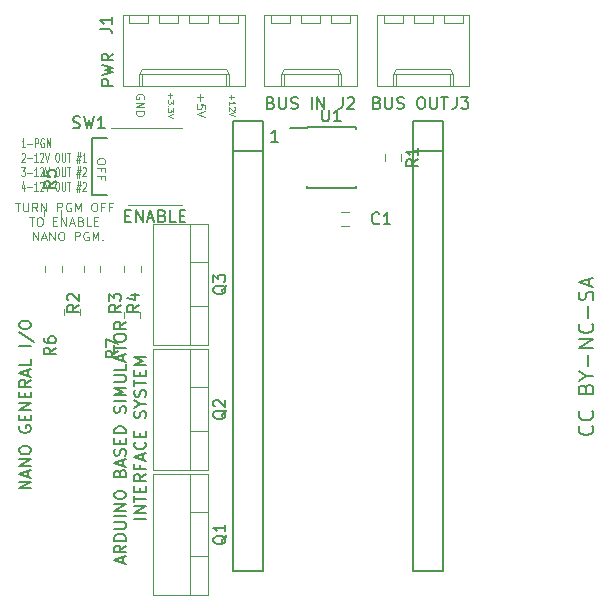
<source format=gto>
G04 #@! TF.GenerationSoftware,KiCad,Pcbnew,(5.0.0)*
G04 #@! TF.CreationDate,2018-10-06T14:04:22-07:00*
G04 #@! TF.ProjectId,NANO IO,4E414E4F20494F2E6B696361645F7063,-*
G04 #@! TF.SameCoordinates,Original*
G04 #@! TF.FileFunction,Legend,Top*
G04 #@! TF.FilePolarity,Positive*
%FSLAX46Y46*%
G04 Gerber Fmt 4.6, Leading zero omitted, Abs format (unit mm)*
G04 Created by KiCad (PCBNEW (5.0.0)) date 10/06/18 14:04:22*
%MOMM*%
%LPD*%
G01*
G04 APERTURE LIST*
%ADD10C,0.150000*%
%ADD11C,0.100000*%
%ADD12C,0.200000*%
%ADD13C,0.120000*%
G04 APERTURE END LIST*
D10*
X133858000Y-77470000D02*
X135128000Y-77470000D01*
X133858000Y-72644000D02*
X133858000Y-77470000D01*
X135128000Y-72644000D02*
X133858000Y-72644000D01*
D11*
X135030714Y-74554428D02*
X135030714Y-74697285D01*
X134995000Y-74768714D01*
X134923571Y-74840142D01*
X134780714Y-74875857D01*
X134530714Y-74875857D01*
X134387857Y-74840142D01*
X134316428Y-74768714D01*
X134280714Y-74697285D01*
X134280714Y-74554428D01*
X134316428Y-74483000D01*
X134387857Y-74411571D01*
X134530714Y-74375857D01*
X134780714Y-74375857D01*
X134923571Y-74411571D01*
X134995000Y-74483000D01*
X135030714Y-74554428D01*
X134673571Y-75447285D02*
X134673571Y-75197285D01*
X134280714Y-75197285D02*
X135030714Y-75197285D01*
X135030714Y-75554428D01*
X134673571Y-76090142D02*
X134673571Y-75840142D01*
X134280714Y-75840142D02*
X135030714Y-75840142D01*
X135030714Y-76197285D01*
X128207952Y-73431785D02*
X127922238Y-73431785D01*
X128065095Y-73431785D02*
X128065095Y-72681785D01*
X128017476Y-72788928D01*
X127969857Y-72860357D01*
X127922238Y-72896071D01*
X128422238Y-73146071D02*
X128803190Y-73146071D01*
X129041285Y-73431785D02*
X129041285Y-72681785D01*
X129231761Y-72681785D01*
X129279380Y-72717500D01*
X129303190Y-72753214D01*
X129327000Y-72824642D01*
X129327000Y-72931785D01*
X129303190Y-73003214D01*
X129279380Y-73038928D01*
X129231761Y-73074642D01*
X129041285Y-73074642D01*
X129803190Y-72717500D02*
X129755571Y-72681785D01*
X129684142Y-72681785D01*
X129612714Y-72717500D01*
X129565095Y-72788928D01*
X129541285Y-72860357D01*
X129517476Y-73003214D01*
X129517476Y-73110357D01*
X129541285Y-73253214D01*
X129565095Y-73324642D01*
X129612714Y-73396071D01*
X129684142Y-73431785D01*
X129731761Y-73431785D01*
X129803190Y-73396071D01*
X129827000Y-73360357D01*
X129827000Y-73110357D01*
X129731761Y-73110357D01*
X130041285Y-73431785D02*
X130041285Y-72681785D01*
X130207952Y-73217500D01*
X130374619Y-72681785D01*
X130374619Y-73431785D01*
X127922238Y-73978214D02*
X127946047Y-73942500D01*
X127993666Y-73906785D01*
X128112714Y-73906785D01*
X128160333Y-73942500D01*
X128184142Y-73978214D01*
X128207952Y-74049642D01*
X128207952Y-74121071D01*
X128184142Y-74228214D01*
X127898428Y-74656785D01*
X128207952Y-74656785D01*
X128422238Y-74371071D02*
X128803190Y-74371071D01*
X129303190Y-74656785D02*
X129017476Y-74656785D01*
X129160333Y-74656785D02*
X129160333Y-73906785D01*
X129112714Y-74013928D01*
X129065095Y-74085357D01*
X129017476Y-74121071D01*
X129493666Y-73978214D02*
X129517476Y-73942500D01*
X129565095Y-73906785D01*
X129684142Y-73906785D01*
X129731761Y-73942500D01*
X129755571Y-73978214D01*
X129779380Y-74049642D01*
X129779380Y-74121071D01*
X129755571Y-74228214D01*
X129469857Y-74656785D01*
X129779380Y-74656785D01*
X129922238Y-73906785D02*
X130088904Y-74656785D01*
X130255571Y-73906785D01*
X130898428Y-73906785D02*
X130993666Y-73906785D01*
X131041285Y-73942500D01*
X131088904Y-74013928D01*
X131112714Y-74156785D01*
X131112714Y-74406785D01*
X131088904Y-74549642D01*
X131041285Y-74621071D01*
X130993666Y-74656785D01*
X130898428Y-74656785D01*
X130850809Y-74621071D01*
X130803190Y-74549642D01*
X130779380Y-74406785D01*
X130779380Y-74156785D01*
X130803190Y-74013928D01*
X130850809Y-73942500D01*
X130898428Y-73906785D01*
X131327000Y-73906785D02*
X131327000Y-74513928D01*
X131350809Y-74585357D01*
X131374619Y-74621071D01*
X131422238Y-74656785D01*
X131517476Y-74656785D01*
X131565095Y-74621071D01*
X131588904Y-74585357D01*
X131612714Y-74513928D01*
X131612714Y-73906785D01*
X131779380Y-73906785D02*
X132065095Y-73906785D01*
X131922238Y-74656785D02*
X131922238Y-73906785D01*
X132588904Y-74156785D02*
X132946047Y-74156785D01*
X132731761Y-73835357D02*
X132588904Y-74799642D01*
X132898428Y-74478214D02*
X132541285Y-74478214D01*
X132755571Y-74799642D02*
X132898428Y-73835357D01*
X133374619Y-74656785D02*
X133088904Y-74656785D01*
X133231761Y-74656785D02*
X133231761Y-73906785D01*
X133184142Y-74013928D01*
X133136523Y-74085357D01*
X133088904Y-74121071D01*
X127898428Y-75131785D02*
X128207952Y-75131785D01*
X128041285Y-75417500D01*
X128112714Y-75417500D01*
X128160333Y-75453214D01*
X128184142Y-75488928D01*
X128207952Y-75560357D01*
X128207952Y-75738928D01*
X128184142Y-75810357D01*
X128160333Y-75846071D01*
X128112714Y-75881785D01*
X127969857Y-75881785D01*
X127922238Y-75846071D01*
X127898428Y-75810357D01*
X128422238Y-75596071D02*
X128803190Y-75596071D01*
X129303190Y-75881785D02*
X129017476Y-75881785D01*
X129160333Y-75881785D02*
X129160333Y-75131785D01*
X129112714Y-75238928D01*
X129065095Y-75310357D01*
X129017476Y-75346071D01*
X129493666Y-75203214D02*
X129517476Y-75167500D01*
X129565095Y-75131785D01*
X129684142Y-75131785D01*
X129731761Y-75167500D01*
X129755571Y-75203214D01*
X129779380Y-75274642D01*
X129779380Y-75346071D01*
X129755571Y-75453214D01*
X129469857Y-75881785D01*
X129779380Y-75881785D01*
X129922238Y-75131785D02*
X130088904Y-75881785D01*
X130255571Y-75131785D01*
X130898428Y-75131785D02*
X130993666Y-75131785D01*
X131041285Y-75167500D01*
X131088904Y-75238928D01*
X131112714Y-75381785D01*
X131112714Y-75631785D01*
X131088904Y-75774642D01*
X131041285Y-75846071D01*
X130993666Y-75881785D01*
X130898428Y-75881785D01*
X130850809Y-75846071D01*
X130803190Y-75774642D01*
X130779380Y-75631785D01*
X130779380Y-75381785D01*
X130803190Y-75238928D01*
X130850809Y-75167500D01*
X130898428Y-75131785D01*
X131327000Y-75131785D02*
X131327000Y-75738928D01*
X131350809Y-75810357D01*
X131374619Y-75846071D01*
X131422238Y-75881785D01*
X131517476Y-75881785D01*
X131565095Y-75846071D01*
X131588904Y-75810357D01*
X131612714Y-75738928D01*
X131612714Y-75131785D01*
X131779380Y-75131785D02*
X132065095Y-75131785D01*
X131922238Y-75881785D02*
X131922238Y-75131785D01*
X132588904Y-75381785D02*
X132946047Y-75381785D01*
X132731761Y-75060357D02*
X132588904Y-76024642D01*
X132898428Y-75703214D02*
X132541285Y-75703214D01*
X132755571Y-76024642D02*
X132898428Y-75060357D01*
X133088904Y-75203214D02*
X133112714Y-75167500D01*
X133160333Y-75131785D01*
X133279380Y-75131785D01*
X133327000Y-75167500D01*
X133350809Y-75203214D01*
X133374619Y-75274642D01*
X133374619Y-75346071D01*
X133350809Y-75453214D01*
X133065095Y-75881785D01*
X133374619Y-75881785D01*
X128160333Y-76606785D02*
X128160333Y-77106785D01*
X128041285Y-76321071D02*
X127922238Y-76856785D01*
X128231761Y-76856785D01*
X128422238Y-76821071D02*
X128803190Y-76821071D01*
X129303190Y-77106785D02*
X129017476Y-77106785D01*
X129160333Y-77106785D02*
X129160333Y-76356785D01*
X129112714Y-76463928D01*
X129065095Y-76535357D01*
X129017476Y-76571071D01*
X129493666Y-76428214D02*
X129517476Y-76392500D01*
X129565095Y-76356785D01*
X129684142Y-76356785D01*
X129731761Y-76392500D01*
X129755571Y-76428214D01*
X129779380Y-76499642D01*
X129779380Y-76571071D01*
X129755571Y-76678214D01*
X129469857Y-77106785D01*
X129779380Y-77106785D01*
X129922238Y-76356785D02*
X130088904Y-77106785D01*
X130255571Y-76356785D01*
X130898428Y-76356785D02*
X130993666Y-76356785D01*
X131041285Y-76392500D01*
X131088904Y-76463928D01*
X131112714Y-76606785D01*
X131112714Y-76856785D01*
X131088904Y-76999642D01*
X131041285Y-77071071D01*
X130993666Y-77106785D01*
X130898428Y-77106785D01*
X130850809Y-77071071D01*
X130803190Y-76999642D01*
X130779380Y-76856785D01*
X130779380Y-76606785D01*
X130803190Y-76463928D01*
X130850809Y-76392500D01*
X130898428Y-76356785D01*
X131327000Y-76356785D02*
X131327000Y-76963928D01*
X131350809Y-77035357D01*
X131374619Y-77071071D01*
X131422238Y-77106785D01*
X131517476Y-77106785D01*
X131565095Y-77071071D01*
X131588904Y-77035357D01*
X131612714Y-76963928D01*
X131612714Y-76356785D01*
X131779380Y-76356785D02*
X132065095Y-76356785D01*
X131922238Y-77106785D02*
X131922238Y-76356785D01*
X132588904Y-76606785D02*
X132946047Y-76606785D01*
X132731761Y-76285357D02*
X132588904Y-77249642D01*
X132898428Y-76928214D02*
X132541285Y-76928214D01*
X132755571Y-77249642D02*
X132898428Y-76285357D01*
X133088904Y-76428214D02*
X133112714Y-76392500D01*
X133160333Y-76356785D01*
X133279380Y-76356785D01*
X133327000Y-76392500D01*
X133350809Y-76428214D01*
X133374619Y-76499642D01*
X133374619Y-76571071D01*
X133350809Y-76678214D01*
X133065095Y-77106785D01*
X133374619Y-77106785D01*
X127379571Y-78120285D02*
X127808142Y-78120285D01*
X127593857Y-78870285D02*
X127593857Y-78120285D01*
X128058142Y-78120285D02*
X128058142Y-78727428D01*
X128093857Y-78798857D01*
X128129571Y-78834571D01*
X128201000Y-78870285D01*
X128343857Y-78870285D01*
X128415285Y-78834571D01*
X128451000Y-78798857D01*
X128486714Y-78727428D01*
X128486714Y-78120285D01*
X129272428Y-78870285D02*
X129022428Y-78513142D01*
X128843857Y-78870285D02*
X128843857Y-78120285D01*
X129129571Y-78120285D01*
X129201000Y-78156000D01*
X129236714Y-78191714D01*
X129272428Y-78263142D01*
X129272428Y-78370285D01*
X129236714Y-78441714D01*
X129201000Y-78477428D01*
X129129571Y-78513142D01*
X128843857Y-78513142D01*
X129593857Y-78870285D02*
X129593857Y-78120285D01*
X130022428Y-78870285D01*
X130022428Y-78120285D01*
X130951000Y-78870285D02*
X130951000Y-78120285D01*
X131236714Y-78120285D01*
X131308142Y-78156000D01*
X131343857Y-78191714D01*
X131379571Y-78263142D01*
X131379571Y-78370285D01*
X131343857Y-78441714D01*
X131308142Y-78477428D01*
X131236714Y-78513142D01*
X130951000Y-78513142D01*
X132093857Y-78156000D02*
X132022428Y-78120285D01*
X131915285Y-78120285D01*
X131808142Y-78156000D01*
X131736714Y-78227428D01*
X131701000Y-78298857D01*
X131665285Y-78441714D01*
X131665285Y-78548857D01*
X131701000Y-78691714D01*
X131736714Y-78763142D01*
X131808142Y-78834571D01*
X131915285Y-78870285D01*
X131986714Y-78870285D01*
X132093857Y-78834571D01*
X132129571Y-78798857D01*
X132129571Y-78548857D01*
X131986714Y-78548857D01*
X132451000Y-78870285D02*
X132451000Y-78120285D01*
X132701000Y-78656000D01*
X132951000Y-78120285D01*
X132951000Y-78870285D01*
X134022428Y-78120285D02*
X134165285Y-78120285D01*
X134236714Y-78156000D01*
X134308142Y-78227428D01*
X134343857Y-78370285D01*
X134343857Y-78620285D01*
X134308142Y-78763142D01*
X134236714Y-78834571D01*
X134165285Y-78870285D01*
X134022428Y-78870285D01*
X133951000Y-78834571D01*
X133879571Y-78763142D01*
X133843857Y-78620285D01*
X133843857Y-78370285D01*
X133879571Y-78227428D01*
X133951000Y-78156000D01*
X134022428Y-78120285D01*
X134915285Y-78477428D02*
X134665285Y-78477428D01*
X134665285Y-78870285D02*
X134665285Y-78120285D01*
X135022428Y-78120285D01*
X135558142Y-78477428D02*
X135308142Y-78477428D01*
X135308142Y-78870285D02*
X135308142Y-78120285D01*
X135665285Y-78120285D01*
X128576000Y-79345285D02*
X129004571Y-79345285D01*
X128790285Y-80095285D02*
X128790285Y-79345285D01*
X129397428Y-79345285D02*
X129540285Y-79345285D01*
X129611714Y-79381000D01*
X129683142Y-79452428D01*
X129718857Y-79595285D01*
X129718857Y-79845285D01*
X129683142Y-79988142D01*
X129611714Y-80059571D01*
X129540285Y-80095285D01*
X129397428Y-80095285D01*
X129326000Y-80059571D01*
X129254571Y-79988142D01*
X129218857Y-79845285D01*
X129218857Y-79595285D01*
X129254571Y-79452428D01*
X129326000Y-79381000D01*
X129397428Y-79345285D01*
X130611714Y-79702428D02*
X130861714Y-79702428D01*
X130968857Y-80095285D02*
X130611714Y-80095285D01*
X130611714Y-79345285D01*
X130968857Y-79345285D01*
X131290285Y-80095285D02*
X131290285Y-79345285D01*
X131718857Y-80095285D01*
X131718857Y-79345285D01*
X132040285Y-79881000D02*
X132397428Y-79881000D01*
X131968857Y-80095285D02*
X132218857Y-79345285D01*
X132468857Y-80095285D01*
X132968857Y-79702428D02*
X133076000Y-79738142D01*
X133111714Y-79773857D01*
X133147428Y-79845285D01*
X133147428Y-79952428D01*
X133111714Y-80023857D01*
X133076000Y-80059571D01*
X133004571Y-80095285D01*
X132718857Y-80095285D01*
X132718857Y-79345285D01*
X132968857Y-79345285D01*
X133040285Y-79381000D01*
X133076000Y-79416714D01*
X133111714Y-79488142D01*
X133111714Y-79559571D01*
X133076000Y-79631000D01*
X133040285Y-79666714D01*
X132968857Y-79702428D01*
X132718857Y-79702428D01*
X133826000Y-80095285D02*
X133468857Y-80095285D01*
X133468857Y-79345285D01*
X134076000Y-79702428D02*
X134326000Y-79702428D01*
X134433142Y-80095285D02*
X134076000Y-80095285D01*
X134076000Y-79345285D01*
X134433142Y-79345285D01*
X128861714Y-81320285D02*
X128861714Y-80570285D01*
X129290285Y-81320285D01*
X129290285Y-80570285D01*
X129611714Y-81106000D02*
X129968857Y-81106000D01*
X129540285Y-81320285D02*
X129790285Y-80570285D01*
X130040285Y-81320285D01*
X130290285Y-81320285D02*
X130290285Y-80570285D01*
X130718857Y-81320285D01*
X130718857Y-80570285D01*
X131218857Y-80570285D02*
X131361714Y-80570285D01*
X131433142Y-80606000D01*
X131504571Y-80677428D01*
X131540285Y-80820285D01*
X131540285Y-81070285D01*
X131504571Y-81213142D01*
X131433142Y-81284571D01*
X131361714Y-81320285D01*
X131218857Y-81320285D01*
X131147428Y-81284571D01*
X131076000Y-81213142D01*
X131040285Y-81070285D01*
X131040285Y-80820285D01*
X131076000Y-80677428D01*
X131147428Y-80606000D01*
X131218857Y-80570285D01*
X132433142Y-81320285D02*
X132433142Y-80570285D01*
X132718857Y-80570285D01*
X132790285Y-80606000D01*
X132826000Y-80641714D01*
X132861714Y-80713142D01*
X132861714Y-80820285D01*
X132826000Y-80891714D01*
X132790285Y-80927428D01*
X132718857Y-80963142D01*
X132433142Y-80963142D01*
X133576000Y-80606000D02*
X133504571Y-80570285D01*
X133397428Y-80570285D01*
X133290285Y-80606000D01*
X133218857Y-80677428D01*
X133183142Y-80748857D01*
X133147428Y-80891714D01*
X133147428Y-80998857D01*
X133183142Y-81141714D01*
X133218857Y-81213142D01*
X133290285Y-81284571D01*
X133397428Y-81320285D01*
X133468857Y-81320285D01*
X133576000Y-81284571D01*
X133611714Y-81248857D01*
X133611714Y-80998857D01*
X133468857Y-80998857D01*
X133933142Y-81320285D02*
X133933142Y-80570285D01*
X134183142Y-81106000D01*
X134433142Y-80570285D01*
X134433142Y-81320285D01*
X134790285Y-81248857D02*
X134826000Y-81284571D01*
X134790285Y-81320285D01*
X134754571Y-81284571D01*
X134790285Y-81248857D01*
X134790285Y-81320285D01*
D12*
X176214428Y-97019333D02*
X176273952Y-97078857D01*
X176333476Y-97257428D01*
X176333476Y-97376476D01*
X176273952Y-97555047D01*
X176154904Y-97674095D01*
X176035857Y-97733619D01*
X175797761Y-97793142D01*
X175619190Y-97793142D01*
X175381095Y-97733619D01*
X175262047Y-97674095D01*
X175143000Y-97555047D01*
X175083476Y-97376476D01*
X175083476Y-97257428D01*
X175143000Y-97078857D01*
X175202523Y-97019333D01*
X176214428Y-95769333D02*
X176273952Y-95828857D01*
X176333476Y-96007428D01*
X176333476Y-96126476D01*
X176273952Y-96305047D01*
X176154904Y-96424095D01*
X176035857Y-96483619D01*
X175797761Y-96543142D01*
X175619190Y-96543142D01*
X175381095Y-96483619D01*
X175262047Y-96424095D01*
X175143000Y-96305047D01*
X175083476Y-96126476D01*
X175083476Y-96007428D01*
X175143000Y-95828857D01*
X175202523Y-95769333D01*
X175678714Y-93864571D02*
X175738238Y-93686000D01*
X175797761Y-93626476D01*
X175916809Y-93566952D01*
X176095380Y-93566952D01*
X176214428Y-93626476D01*
X176273952Y-93686000D01*
X176333476Y-93805047D01*
X176333476Y-94281238D01*
X175083476Y-94281238D01*
X175083476Y-93864571D01*
X175143000Y-93745523D01*
X175202523Y-93686000D01*
X175321571Y-93626476D01*
X175440619Y-93626476D01*
X175559666Y-93686000D01*
X175619190Y-93745523D01*
X175678714Y-93864571D01*
X175678714Y-94281238D01*
X175738238Y-92793142D02*
X176333476Y-92793142D01*
X175083476Y-93209809D02*
X175738238Y-92793142D01*
X175083476Y-92376476D01*
X175857285Y-91959809D02*
X175857285Y-91007428D01*
X176333476Y-90412190D02*
X175083476Y-90412190D01*
X176333476Y-89697904D01*
X175083476Y-89697904D01*
X176214428Y-88388380D02*
X176273952Y-88447904D01*
X176333476Y-88626476D01*
X176333476Y-88745523D01*
X176273952Y-88924095D01*
X176154904Y-89043142D01*
X176035857Y-89102666D01*
X175797761Y-89162190D01*
X175619190Y-89162190D01*
X175381095Y-89102666D01*
X175262047Y-89043142D01*
X175143000Y-88924095D01*
X175083476Y-88745523D01*
X175083476Y-88626476D01*
X175143000Y-88447904D01*
X175202523Y-88388380D01*
X175857285Y-87852666D02*
X175857285Y-86900285D01*
X176273952Y-86364571D02*
X176333476Y-86186000D01*
X176333476Y-85888380D01*
X176273952Y-85769333D01*
X176214428Y-85709809D01*
X176095380Y-85650285D01*
X175976333Y-85650285D01*
X175857285Y-85709809D01*
X175797761Y-85769333D01*
X175738238Y-85888380D01*
X175678714Y-86126476D01*
X175619190Y-86245523D01*
X175559666Y-86305047D01*
X175440619Y-86364571D01*
X175321571Y-86364571D01*
X175202523Y-86305047D01*
X175143000Y-86245523D01*
X175083476Y-86126476D01*
X175083476Y-85828857D01*
X175143000Y-85650285D01*
X175976333Y-85174095D02*
X175976333Y-84578857D01*
X176333476Y-85293142D02*
X175083476Y-84876476D01*
X176333476Y-84459809D01*
X128722380Y-102321428D02*
X127722380Y-102321428D01*
X128722380Y-101750000D01*
X127722380Y-101750000D01*
X128436666Y-101321428D02*
X128436666Y-100845238D01*
X128722380Y-101416666D02*
X127722380Y-101083333D01*
X128722380Y-100750000D01*
X128722380Y-100416666D02*
X127722380Y-100416666D01*
X128722380Y-99845238D01*
X127722380Y-99845238D01*
X127722380Y-99178571D02*
X127722380Y-98988095D01*
X127770000Y-98892857D01*
X127865238Y-98797619D01*
X128055714Y-98750000D01*
X128389047Y-98750000D01*
X128579523Y-98797619D01*
X128674761Y-98892857D01*
X128722380Y-98988095D01*
X128722380Y-99178571D01*
X128674761Y-99273809D01*
X128579523Y-99369047D01*
X128389047Y-99416666D01*
X128055714Y-99416666D01*
X127865238Y-99369047D01*
X127770000Y-99273809D01*
X127722380Y-99178571D01*
X127770000Y-97035714D02*
X127722380Y-97130952D01*
X127722380Y-97273809D01*
X127770000Y-97416666D01*
X127865238Y-97511904D01*
X127960476Y-97559523D01*
X128150952Y-97607142D01*
X128293809Y-97607142D01*
X128484285Y-97559523D01*
X128579523Y-97511904D01*
X128674761Y-97416666D01*
X128722380Y-97273809D01*
X128722380Y-97178571D01*
X128674761Y-97035714D01*
X128627142Y-96988095D01*
X128293809Y-96988095D01*
X128293809Y-97178571D01*
X128198571Y-96559523D02*
X128198571Y-96226190D01*
X128722380Y-96083333D02*
X128722380Y-96559523D01*
X127722380Y-96559523D01*
X127722380Y-96083333D01*
X128722380Y-95654761D02*
X127722380Y-95654761D01*
X128722380Y-95083333D01*
X127722380Y-95083333D01*
X128198571Y-94607142D02*
X128198571Y-94273809D01*
X128722380Y-94130952D02*
X128722380Y-94607142D01*
X127722380Y-94607142D01*
X127722380Y-94130952D01*
X128722380Y-93130952D02*
X128246190Y-93464285D01*
X128722380Y-93702380D02*
X127722380Y-93702380D01*
X127722380Y-93321428D01*
X127770000Y-93226190D01*
X127817619Y-93178571D01*
X127912857Y-93130952D01*
X128055714Y-93130952D01*
X128150952Y-93178571D01*
X128198571Y-93226190D01*
X128246190Y-93321428D01*
X128246190Y-93702380D01*
X128436666Y-92750000D02*
X128436666Y-92273809D01*
X128722380Y-92845238D02*
X127722380Y-92511904D01*
X128722380Y-92178571D01*
X128722380Y-91369047D02*
X128722380Y-91845238D01*
X127722380Y-91845238D01*
X128722380Y-90273809D02*
X127722380Y-90273809D01*
X127674761Y-89083333D02*
X128960476Y-89940476D01*
X127722380Y-88559523D02*
X127722380Y-88369047D01*
X127770000Y-88273809D01*
X127865238Y-88178571D01*
X128055714Y-88130952D01*
X128389047Y-88130952D01*
X128579523Y-88178571D01*
X128674761Y-88273809D01*
X128722380Y-88369047D01*
X128722380Y-88559523D01*
X128674761Y-88654761D01*
X128579523Y-88750000D01*
X128389047Y-88797619D01*
X128055714Y-88797619D01*
X127865238Y-88750000D01*
X127770000Y-88654761D01*
X127722380Y-88559523D01*
X136476666Y-108639238D02*
X136476666Y-108163047D01*
X136762380Y-108734476D02*
X135762380Y-108401142D01*
X136762380Y-108067809D01*
X136762380Y-107163047D02*
X136286190Y-107496380D01*
X136762380Y-107734476D02*
X135762380Y-107734476D01*
X135762380Y-107353523D01*
X135810000Y-107258285D01*
X135857619Y-107210666D01*
X135952857Y-107163047D01*
X136095714Y-107163047D01*
X136190952Y-107210666D01*
X136238571Y-107258285D01*
X136286190Y-107353523D01*
X136286190Y-107734476D01*
X136762380Y-106734476D02*
X135762380Y-106734476D01*
X135762380Y-106496380D01*
X135810000Y-106353523D01*
X135905238Y-106258285D01*
X136000476Y-106210666D01*
X136190952Y-106163047D01*
X136333809Y-106163047D01*
X136524285Y-106210666D01*
X136619523Y-106258285D01*
X136714761Y-106353523D01*
X136762380Y-106496380D01*
X136762380Y-106734476D01*
X135762380Y-105734476D02*
X136571904Y-105734476D01*
X136667142Y-105686857D01*
X136714761Y-105639238D01*
X136762380Y-105544000D01*
X136762380Y-105353523D01*
X136714761Y-105258285D01*
X136667142Y-105210666D01*
X136571904Y-105163047D01*
X135762380Y-105163047D01*
X136762380Y-104686857D02*
X135762380Y-104686857D01*
X136762380Y-104210666D02*
X135762380Y-104210666D01*
X136762380Y-103639238D01*
X135762380Y-103639238D01*
X135762380Y-102972571D02*
X135762380Y-102782095D01*
X135810000Y-102686857D01*
X135905238Y-102591619D01*
X136095714Y-102544000D01*
X136429047Y-102544000D01*
X136619523Y-102591619D01*
X136714761Y-102686857D01*
X136762380Y-102782095D01*
X136762380Y-102972571D01*
X136714761Y-103067809D01*
X136619523Y-103163047D01*
X136429047Y-103210666D01*
X136095714Y-103210666D01*
X135905238Y-103163047D01*
X135810000Y-103067809D01*
X135762380Y-102972571D01*
X136238571Y-101020190D02*
X136286190Y-100877333D01*
X136333809Y-100829714D01*
X136429047Y-100782095D01*
X136571904Y-100782095D01*
X136667142Y-100829714D01*
X136714761Y-100877333D01*
X136762380Y-100972571D01*
X136762380Y-101353523D01*
X135762380Y-101353523D01*
X135762380Y-101020190D01*
X135810000Y-100924952D01*
X135857619Y-100877333D01*
X135952857Y-100829714D01*
X136048095Y-100829714D01*
X136143333Y-100877333D01*
X136190952Y-100924952D01*
X136238571Y-101020190D01*
X136238571Y-101353523D01*
X136476666Y-100401142D02*
X136476666Y-99924952D01*
X136762380Y-100496380D02*
X135762380Y-100163047D01*
X136762380Y-99829714D01*
X136714761Y-99544000D02*
X136762380Y-99401142D01*
X136762380Y-99163047D01*
X136714761Y-99067809D01*
X136667142Y-99020190D01*
X136571904Y-98972571D01*
X136476666Y-98972571D01*
X136381428Y-99020190D01*
X136333809Y-99067809D01*
X136286190Y-99163047D01*
X136238571Y-99353523D01*
X136190952Y-99448761D01*
X136143333Y-99496380D01*
X136048095Y-99544000D01*
X135952857Y-99544000D01*
X135857619Y-99496380D01*
X135810000Y-99448761D01*
X135762380Y-99353523D01*
X135762380Y-99115428D01*
X135810000Y-98972571D01*
X136238571Y-98544000D02*
X136238571Y-98210666D01*
X136762380Y-98067809D02*
X136762380Y-98544000D01*
X135762380Y-98544000D01*
X135762380Y-98067809D01*
X136762380Y-97639238D02*
X135762380Y-97639238D01*
X135762380Y-97401142D01*
X135810000Y-97258285D01*
X135905238Y-97163047D01*
X136000476Y-97115428D01*
X136190952Y-97067809D01*
X136333809Y-97067809D01*
X136524285Y-97115428D01*
X136619523Y-97163047D01*
X136714761Y-97258285D01*
X136762380Y-97401142D01*
X136762380Y-97639238D01*
X136714761Y-95924952D02*
X136762380Y-95782095D01*
X136762380Y-95544000D01*
X136714761Y-95448761D01*
X136667142Y-95401142D01*
X136571904Y-95353523D01*
X136476666Y-95353523D01*
X136381428Y-95401142D01*
X136333809Y-95448761D01*
X136286190Y-95544000D01*
X136238571Y-95734476D01*
X136190952Y-95829714D01*
X136143333Y-95877333D01*
X136048095Y-95924952D01*
X135952857Y-95924952D01*
X135857619Y-95877333D01*
X135810000Y-95829714D01*
X135762380Y-95734476D01*
X135762380Y-95496380D01*
X135810000Y-95353523D01*
X136762380Y-94924952D02*
X135762380Y-94924952D01*
X136762380Y-94448761D02*
X135762380Y-94448761D01*
X136476666Y-94115428D01*
X135762380Y-93782095D01*
X136762380Y-93782095D01*
X135762380Y-93305904D02*
X136571904Y-93305904D01*
X136667142Y-93258285D01*
X136714761Y-93210666D01*
X136762380Y-93115428D01*
X136762380Y-92924952D01*
X136714761Y-92829714D01*
X136667142Y-92782095D01*
X136571904Y-92734476D01*
X135762380Y-92734476D01*
X136762380Y-91782095D02*
X136762380Y-92258285D01*
X135762380Y-92258285D01*
X136476666Y-91496380D02*
X136476666Y-91020190D01*
X136762380Y-91591619D02*
X135762380Y-91258285D01*
X136762380Y-90924952D01*
X135762380Y-90734476D02*
X135762380Y-90163047D01*
X136762380Y-90448761D02*
X135762380Y-90448761D01*
X135762380Y-89639238D02*
X135762380Y-89448761D01*
X135810000Y-89353523D01*
X135905238Y-89258285D01*
X136095714Y-89210666D01*
X136429047Y-89210666D01*
X136619523Y-89258285D01*
X136714761Y-89353523D01*
X136762380Y-89448761D01*
X136762380Y-89639238D01*
X136714761Y-89734476D01*
X136619523Y-89829714D01*
X136429047Y-89877333D01*
X136095714Y-89877333D01*
X135905238Y-89829714D01*
X135810000Y-89734476D01*
X135762380Y-89639238D01*
X136762380Y-88210666D02*
X136286190Y-88544000D01*
X136762380Y-88782095D02*
X135762380Y-88782095D01*
X135762380Y-88401142D01*
X135810000Y-88305904D01*
X135857619Y-88258285D01*
X135952857Y-88210666D01*
X136095714Y-88210666D01*
X136190952Y-88258285D01*
X136238571Y-88305904D01*
X136286190Y-88401142D01*
X136286190Y-88782095D01*
X138462380Y-104877333D02*
X137462380Y-104877333D01*
X138462380Y-104401142D02*
X137462380Y-104401142D01*
X138462380Y-103829714D01*
X137462380Y-103829714D01*
X137462380Y-103496380D02*
X137462380Y-102924952D01*
X138462380Y-103210666D02*
X137462380Y-103210666D01*
X137938571Y-102591619D02*
X137938571Y-102258285D01*
X138462380Y-102115428D02*
X138462380Y-102591619D01*
X137462380Y-102591619D01*
X137462380Y-102115428D01*
X138462380Y-101115428D02*
X137986190Y-101448761D01*
X138462380Y-101686857D02*
X137462380Y-101686857D01*
X137462380Y-101305904D01*
X137510000Y-101210666D01*
X137557619Y-101163047D01*
X137652857Y-101115428D01*
X137795714Y-101115428D01*
X137890952Y-101163047D01*
X137938571Y-101210666D01*
X137986190Y-101305904D01*
X137986190Y-101686857D01*
X137938571Y-100353523D02*
X137938571Y-100686857D01*
X138462380Y-100686857D02*
X137462380Y-100686857D01*
X137462380Y-100210666D01*
X138176666Y-99877333D02*
X138176666Y-99401142D01*
X138462380Y-99972571D02*
X137462380Y-99639238D01*
X138462380Y-99305904D01*
X138367142Y-98401142D02*
X138414761Y-98448761D01*
X138462380Y-98591619D01*
X138462380Y-98686857D01*
X138414761Y-98829714D01*
X138319523Y-98924952D01*
X138224285Y-98972571D01*
X138033809Y-99020190D01*
X137890952Y-99020190D01*
X137700476Y-98972571D01*
X137605238Y-98924952D01*
X137510000Y-98829714D01*
X137462380Y-98686857D01*
X137462380Y-98591619D01*
X137510000Y-98448761D01*
X137557619Y-98401142D01*
X137938571Y-97972571D02*
X137938571Y-97639238D01*
X138462380Y-97496380D02*
X138462380Y-97972571D01*
X137462380Y-97972571D01*
X137462380Y-97496380D01*
X138414761Y-96353523D02*
X138462380Y-96210666D01*
X138462380Y-95972571D01*
X138414761Y-95877333D01*
X138367142Y-95829714D01*
X138271904Y-95782095D01*
X138176666Y-95782095D01*
X138081428Y-95829714D01*
X138033809Y-95877333D01*
X137986190Y-95972571D01*
X137938571Y-96163047D01*
X137890952Y-96258285D01*
X137843333Y-96305904D01*
X137748095Y-96353523D01*
X137652857Y-96353523D01*
X137557619Y-96305904D01*
X137510000Y-96258285D01*
X137462380Y-96163047D01*
X137462380Y-95924952D01*
X137510000Y-95782095D01*
X137986190Y-95163047D02*
X138462380Y-95163047D01*
X137462380Y-95496380D02*
X137986190Y-95163047D01*
X137462380Y-94829714D01*
X138414761Y-94544000D02*
X138462380Y-94401142D01*
X138462380Y-94163047D01*
X138414761Y-94067809D01*
X138367142Y-94020190D01*
X138271904Y-93972571D01*
X138176666Y-93972571D01*
X138081428Y-94020190D01*
X138033809Y-94067809D01*
X137986190Y-94163047D01*
X137938571Y-94353523D01*
X137890952Y-94448761D01*
X137843333Y-94496380D01*
X137748095Y-94544000D01*
X137652857Y-94544000D01*
X137557619Y-94496380D01*
X137510000Y-94448761D01*
X137462380Y-94353523D01*
X137462380Y-94115428D01*
X137510000Y-93972571D01*
X137462380Y-93686857D02*
X137462380Y-93115428D01*
X138462380Y-93401142D02*
X137462380Y-93401142D01*
X137938571Y-92782095D02*
X137938571Y-92448761D01*
X138462380Y-92305904D02*
X138462380Y-92782095D01*
X137462380Y-92782095D01*
X137462380Y-92305904D01*
X138462380Y-91877333D02*
X137462380Y-91877333D01*
X138176666Y-91544000D01*
X137462380Y-91210666D01*
X138462380Y-91210666D01*
D11*
X138272000Y-69316666D02*
X138305333Y-69250000D01*
X138305333Y-69150000D01*
X138272000Y-69050000D01*
X138205333Y-68983333D01*
X138138666Y-68950000D01*
X138005333Y-68916666D01*
X137905333Y-68916666D01*
X137772000Y-68950000D01*
X137705333Y-68983333D01*
X137638666Y-69050000D01*
X137605333Y-69150000D01*
X137605333Y-69216666D01*
X137638666Y-69316666D01*
X137672000Y-69350000D01*
X137905333Y-69350000D01*
X137905333Y-69216666D01*
X137605333Y-69650000D02*
X138305333Y-69650000D01*
X137605333Y-70050000D01*
X138305333Y-70050000D01*
X137605333Y-70383333D02*
X138305333Y-70383333D01*
X138305333Y-70550000D01*
X138272000Y-70650000D01*
X138205333Y-70716666D01*
X138138666Y-70750000D01*
X138005333Y-70783333D01*
X137905333Y-70783333D01*
X137772000Y-70750000D01*
X137705333Y-70716666D01*
X137638666Y-70650000D01*
X137605333Y-70550000D01*
X137605333Y-70383333D01*
X140480022Y-68850000D02*
X140480022Y-69230952D01*
X140289546Y-69040476D02*
X140670498Y-69040476D01*
X140789546Y-69421428D02*
X140789546Y-69730952D01*
X140599070Y-69564285D01*
X140599070Y-69635714D01*
X140575260Y-69683333D01*
X140551451Y-69707142D01*
X140503832Y-69730952D01*
X140384784Y-69730952D01*
X140337165Y-69707142D01*
X140313356Y-69683333D01*
X140289546Y-69635714D01*
X140289546Y-69492857D01*
X140313356Y-69445238D01*
X140337165Y-69421428D01*
X140337165Y-69945238D02*
X140313356Y-69969047D01*
X140289546Y-69945238D01*
X140313356Y-69921428D01*
X140337165Y-69945238D01*
X140289546Y-69945238D01*
X140789546Y-70135714D02*
X140789546Y-70445238D01*
X140599070Y-70278571D01*
X140599070Y-70350000D01*
X140575260Y-70397619D01*
X140551451Y-70421428D01*
X140503832Y-70445238D01*
X140384784Y-70445238D01*
X140337165Y-70421428D01*
X140313356Y-70397619D01*
X140289546Y-70350000D01*
X140289546Y-70207142D01*
X140313356Y-70159523D01*
X140337165Y-70135714D01*
X140789546Y-70588095D02*
X140289546Y-70754761D01*
X140789546Y-70921428D01*
X143005737Y-68950000D02*
X143005737Y-69483333D01*
X142739070Y-69216666D02*
X143272403Y-69216666D01*
X143439070Y-70150000D02*
X143439070Y-69816666D01*
X143105737Y-69783333D01*
X143139070Y-69816666D01*
X143172403Y-69883333D01*
X143172403Y-70050000D01*
X143139070Y-70116666D01*
X143105737Y-70150000D01*
X143039070Y-70183333D01*
X142872403Y-70183333D01*
X142805737Y-70150000D01*
X142772403Y-70116666D01*
X142739070Y-70050000D01*
X142739070Y-69883333D01*
X142772403Y-69816666D01*
X142805737Y-69783333D01*
X143439070Y-70383333D02*
X142739070Y-70616666D01*
X143439070Y-70850000D01*
X145687022Y-68969047D02*
X145687022Y-69350000D01*
X145496546Y-69159523D02*
X145877498Y-69159523D01*
X145496546Y-69850000D02*
X145496546Y-69564285D01*
X145496546Y-69707142D02*
X145996546Y-69707142D01*
X145925117Y-69659523D01*
X145877498Y-69611904D01*
X145853689Y-69564285D01*
X145948927Y-70040476D02*
X145972737Y-70064285D01*
X145996546Y-70111904D01*
X145996546Y-70230952D01*
X145972737Y-70278571D01*
X145948927Y-70302380D01*
X145901308Y-70326190D01*
X145853689Y-70326190D01*
X145782260Y-70302380D01*
X145496546Y-70016666D01*
X145496546Y-70326190D01*
X145996546Y-70469047D02*
X145496546Y-70635714D01*
X145996546Y-70802380D01*
D10*
X149637714Y-72969380D02*
X149066285Y-72969380D01*
X149352000Y-72969380D02*
X149352000Y-71969380D01*
X149256761Y-72112238D01*
X149161523Y-72207476D01*
X149066285Y-72255095D01*
D13*
G04 #@! TO.C,J1*
X136478737Y-62258000D02*
X136478737Y-68258000D01*
X136478737Y-68258000D02*
X146838737Y-68258000D01*
X146838737Y-68258000D02*
X146838737Y-62258000D01*
X146838737Y-62258000D02*
X136478737Y-62258000D01*
X137848737Y-68258000D02*
X137848737Y-67258000D01*
X137848737Y-67258000D02*
X145468737Y-67258000D01*
X145468737Y-67258000D02*
X145468737Y-68258000D01*
X137848737Y-67258000D02*
X138098737Y-66828000D01*
X138098737Y-66828000D02*
X145218737Y-66828000D01*
X145218737Y-66828000D02*
X145468737Y-67258000D01*
X138098737Y-68258000D02*
X138098737Y-67258000D01*
X145218737Y-68258000D02*
X145218737Y-67258000D01*
X137048737Y-62258000D02*
X137048737Y-62878000D01*
X137048737Y-62878000D02*
X138648737Y-62878000D01*
X138648737Y-62878000D02*
X138648737Y-62258000D01*
X139588737Y-62258000D02*
X139588737Y-62878000D01*
X139588737Y-62878000D02*
X141188737Y-62878000D01*
X141188737Y-62878000D02*
X141188737Y-62258000D01*
X142128737Y-62258000D02*
X142128737Y-62878000D01*
X142128737Y-62878000D02*
X143728737Y-62878000D01*
X143728737Y-62878000D02*
X143728737Y-62258000D01*
X144668737Y-62258000D02*
X144668737Y-62878000D01*
X144668737Y-62878000D02*
X146268737Y-62878000D01*
X146268737Y-62878000D02*
X146268737Y-62258000D01*
D10*
G04 #@! TO.C,P1*
X148336000Y-73787000D02*
X148336000Y-71247000D01*
X148336000Y-71247000D02*
X145796000Y-71247000D01*
X145796000Y-71247000D02*
X145796000Y-73787000D01*
X148336000Y-73787000D02*
X148336000Y-109347000D01*
X148336000Y-109347000D02*
X145796000Y-109347000D01*
X145796000Y-109347000D02*
X145796000Y-73787000D01*
X145796000Y-73787000D02*
X148336000Y-73787000D01*
G04 #@! TO.C,P2*
X163576000Y-73787000D02*
X163576000Y-71247000D01*
X163576000Y-71247000D02*
X161036000Y-71247000D01*
X161036000Y-71247000D02*
X161036000Y-73787000D01*
X163576000Y-73787000D02*
X163576000Y-109347000D01*
X163576000Y-109347000D02*
X161036000Y-109347000D01*
X161036000Y-109347000D02*
X161036000Y-73787000D01*
X161036000Y-73787000D02*
X163576000Y-73787000D01*
D13*
G04 #@! TO.C,C1*
X155671000Y-80102000D02*
X154971000Y-80102000D01*
X154971000Y-78902000D02*
X155671000Y-78902000D01*
G04 #@! TO.C,Q1*
X143720000Y-101080000D02*
X143720000Y-111320000D01*
X139079000Y-101080000D02*
X139079000Y-111320000D01*
X143720000Y-101080000D02*
X139079000Y-101080000D01*
X143720000Y-111320000D02*
X139079000Y-111320000D01*
X142210000Y-101080000D02*
X142210000Y-111320000D01*
X143720000Y-104350000D02*
X142210000Y-104350000D01*
X143720000Y-108051000D02*
X142210000Y-108051000D01*
D10*
G04 #@! TO.C,U1*
X152070000Y-71720000D02*
X152070000Y-71770000D01*
X156220000Y-71720000D02*
X156220000Y-71865000D01*
X156220000Y-76870000D02*
X156220000Y-76725000D01*
X152070000Y-76870000D02*
X152070000Y-76725000D01*
X152070000Y-71720000D02*
X156220000Y-71720000D01*
X152070000Y-76870000D02*
X156220000Y-76870000D01*
X152070000Y-71770000D02*
X150670000Y-71770000D01*
D13*
G04 #@! TO.C,J2*
X148490000Y-62258000D02*
X148490000Y-68258000D01*
X148490000Y-68258000D02*
X156310000Y-68258000D01*
X156310000Y-68258000D02*
X156310000Y-62258000D01*
X156310000Y-62258000D02*
X148490000Y-62258000D01*
X149860000Y-68258000D02*
X149860000Y-67258000D01*
X149860000Y-67258000D02*
X154940000Y-67258000D01*
X154940000Y-67258000D02*
X154940000Y-68258000D01*
X149860000Y-67258000D02*
X150110000Y-66828000D01*
X150110000Y-66828000D02*
X154690000Y-66828000D01*
X154690000Y-66828000D02*
X154940000Y-67258000D01*
X150110000Y-68258000D02*
X150110000Y-67258000D01*
X154690000Y-68258000D02*
X154690000Y-67258000D01*
X149060000Y-62258000D02*
X149060000Y-62878000D01*
X149060000Y-62878000D02*
X150660000Y-62878000D01*
X150660000Y-62878000D02*
X150660000Y-62258000D01*
X151600000Y-62258000D02*
X151600000Y-62878000D01*
X151600000Y-62878000D02*
X153200000Y-62878000D01*
X153200000Y-62878000D02*
X153200000Y-62258000D01*
X154140000Y-62258000D02*
X154140000Y-62878000D01*
X154140000Y-62878000D02*
X155740000Y-62878000D01*
X155740000Y-62878000D02*
X155740000Y-62258000D01*
G04 #@! TO.C,J3*
X158015000Y-62258000D02*
X158015000Y-68258000D01*
X158015000Y-68258000D02*
X165835000Y-68258000D01*
X165835000Y-68258000D02*
X165835000Y-62258000D01*
X165835000Y-62258000D02*
X158015000Y-62258000D01*
X159385000Y-68258000D02*
X159385000Y-67258000D01*
X159385000Y-67258000D02*
X164465000Y-67258000D01*
X164465000Y-67258000D02*
X164465000Y-68258000D01*
X159385000Y-67258000D02*
X159635000Y-66828000D01*
X159635000Y-66828000D02*
X164215000Y-66828000D01*
X164215000Y-66828000D02*
X164465000Y-67258000D01*
X159635000Y-68258000D02*
X159635000Y-67258000D01*
X164215000Y-68258000D02*
X164215000Y-67258000D01*
X158585000Y-62258000D02*
X158585000Y-62878000D01*
X158585000Y-62878000D02*
X160185000Y-62878000D01*
X160185000Y-62878000D02*
X160185000Y-62258000D01*
X161125000Y-62258000D02*
X161125000Y-62878000D01*
X161125000Y-62878000D02*
X162725000Y-62878000D01*
X162725000Y-62878000D02*
X162725000Y-62258000D01*
X163665000Y-62258000D02*
X163665000Y-62878000D01*
X163665000Y-62878000D02*
X165265000Y-62878000D01*
X165265000Y-62878000D02*
X165265000Y-62258000D01*
G04 #@! TO.C,Q2*
X143720000Y-90480000D02*
X143720000Y-100720000D01*
X139079000Y-90480000D02*
X139079000Y-100720000D01*
X143720000Y-90480000D02*
X139079000Y-90480000D01*
X143720000Y-100720000D02*
X139079000Y-100720000D01*
X142210000Y-90480000D02*
X142210000Y-100720000D01*
X143720000Y-93750000D02*
X142210000Y-93750000D01*
X143720000Y-97451000D02*
X142210000Y-97451000D01*
G04 #@! TO.C,Q3*
X143720000Y-79900000D02*
X143720000Y-90140000D01*
X139079000Y-79900000D02*
X139079000Y-90140000D01*
X143720000Y-79900000D02*
X139079000Y-79900000D01*
X143720000Y-90140000D02*
X139079000Y-90140000D01*
X142210000Y-79900000D02*
X142210000Y-90140000D01*
X143720000Y-83170000D02*
X142210000Y-83170000D01*
X143720000Y-86871000D02*
X142210000Y-86871000D01*
G04 #@! TO.C,SW1*
X135524000Y-71822000D02*
X141474000Y-71822000D01*
X136974000Y-78292000D02*
X141474000Y-78292000D01*
G04 #@! TO.C,R1*
X160095000Y-74033748D02*
X160095000Y-74556252D01*
X158675000Y-74033748D02*
X158675000Y-74556252D01*
G04 #@! TO.C,R2*
X129890000Y-83498748D02*
X129890000Y-84021252D01*
X131310000Y-83498748D02*
X131310000Y-84021252D01*
G04 #@! TO.C,R3*
X134610000Y-83498748D02*
X134610000Y-84021252D01*
X133190000Y-83498748D02*
X133190000Y-84021252D01*
G04 #@! TO.C,R4*
X136590000Y-83498748D02*
X136590000Y-84021252D01*
X138010000Y-83498748D02*
X138010000Y-84021252D01*
G04 #@! TO.C,R5*
X131266000Y-78723748D02*
X131266000Y-79246252D01*
X129846000Y-78723748D02*
X129846000Y-79246252D01*
G04 #@! TO.C,R6*
X132917000Y-87646252D02*
X132917000Y-87123748D01*
X131497000Y-87646252D02*
X131497000Y-87123748D01*
G04 #@! TO.C,R7*
X136577000Y-87900252D02*
X136577000Y-87377748D01*
X137997000Y-87900252D02*
X137997000Y-87377748D01*
G04 #@! TO.C,J1*
D10*
X134580380Y-63407876D02*
X135294666Y-63407876D01*
X135437523Y-63455495D01*
X135532761Y-63550733D01*
X135580380Y-63693590D01*
X135580380Y-63788828D01*
X135580380Y-62407876D02*
X135580380Y-62979304D01*
X135580380Y-62693590D02*
X134580380Y-62693590D01*
X134723238Y-62788828D01*
X134818476Y-62884066D01*
X134866095Y-62979304D01*
X135707380Y-68217876D02*
X134707380Y-68217876D01*
X134707380Y-67836923D01*
X134755000Y-67741685D01*
X134802619Y-67694066D01*
X134897857Y-67646447D01*
X135040714Y-67646447D01*
X135135952Y-67694066D01*
X135183571Y-67741685D01*
X135231190Y-67836923D01*
X135231190Y-68217876D01*
X134707380Y-67313114D02*
X135707380Y-67075019D01*
X134993095Y-66884543D01*
X135707380Y-66694066D01*
X134707380Y-66455971D01*
X135707380Y-65503590D02*
X135231190Y-65836923D01*
X135707380Y-66075019D02*
X134707380Y-66075019D01*
X134707380Y-65694066D01*
X134755000Y-65598828D01*
X134802619Y-65551209D01*
X134897857Y-65503590D01*
X135040714Y-65503590D01*
X135135952Y-65551209D01*
X135183571Y-65598828D01*
X135231190Y-65694066D01*
X135231190Y-66075019D01*
G04 #@! TO.C,C1*
X158202333Y-79859142D02*
X158154714Y-79906761D01*
X158011857Y-79954380D01*
X157916619Y-79954380D01*
X157773761Y-79906761D01*
X157678523Y-79811523D01*
X157630904Y-79716285D01*
X157583285Y-79525809D01*
X157583285Y-79382952D01*
X157630904Y-79192476D01*
X157678523Y-79097238D01*
X157773761Y-79002000D01*
X157916619Y-78954380D01*
X158011857Y-78954380D01*
X158154714Y-79002000D01*
X158202333Y-79049619D01*
X159154714Y-79954380D02*
X158583285Y-79954380D01*
X158869000Y-79954380D02*
X158869000Y-78954380D01*
X158773761Y-79097238D01*
X158678523Y-79192476D01*
X158583285Y-79240095D01*
G04 #@! TO.C,Q1*
X145267619Y-106295238D02*
X145220000Y-106390476D01*
X145124761Y-106485714D01*
X144981904Y-106628571D01*
X144934285Y-106723809D01*
X144934285Y-106819047D01*
X145172380Y-106771428D02*
X145124761Y-106866666D01*
X145029523Y-106961904D01*
X144839047Y-107009523D01*
X144505714Y-107009523D01*
X144315238Y-106961904D01*
X144220000Y-106866666D01*
X144172380Y-106771428D01*
X144172380Y-106580952D01*
X144220000Y-106485714D01*
X144315238Y-106390476D01*
X144505714Y-106342857D01*
X144839047Y-106342857D01*
X145029523Y-106390476D01*
X145124761Y-106485714D01*
X145172380Y-106580952D01*
X145172380Y-106771428D01*
X145172380Y-105390476D02*
X145172380Y-105961904D01*
X145172380Y-105676190D02*
X144172380Y-105676190D01*
X144315238Y-105771428D01*
X144410476Y-105866666D01*
X144458095Y-105961904D01*
G04 #@! TO.C,U1*
X153383095Y-70247380D02*
X153383095Y-71056904D01*
X153430714Y-71152142D01*
X153478333Y-71199761D01*
X153573571Y-71247380D01*
X153764047Y-71247380D01*
X153859285Y-71199761D01*
X153906904Y-71152142D01*
X153954523Y-71056904D01*
X153954523Y-70247380D01*
X154954523Y-71247380D02*
X154383095Y-71247380D01*
X154668809Y-71247380D02*
X154668809Y-70247380D01*
X154573571Y-70390238D01*
X154478333Y-70485476D01*
X154383095Y-70533095D01*
G04 #@! TO.C,J2*
X155114666Y-69175380D02*
X155114666Y-69889666D01*
X155067047Y-70032523D01*
X154971809Y-70127761D01*
X154828952Y-70175380D01*
X154733714Y-70175380D01*
X155543238Y-69270619D02*
X155590857Y-69223000D01*
X155686095Y-69175380D01*
X155924190Y-69175380D01*
X156019428Y-69223000D01*
X156067047Y-69270619D01*
X156114666Y-69365857D01*
X156114666Y-69461095D01*
X156067047Y-69603952D01*
X155495619Y-70175380D01*
X156114666Y-70175380D01*
X149058571Y-69651571D02*
X149201428Y-69699190D01*
X149249047Y-69746809D01*
X149296666Y-69842047D01*
X149296666Y-69984904D01*
X149249047Y-70080142D01*
X149201428Y-70127761D01*
X149106190Y-70175380D01*
X148725238Y-70175380D01*
X148725238Y-69175380D01*
X149058571Y-69175380D01*
X149153809Y-69223000D01*
X149201428Y-69270619D01*
X149249047Y-69365857D01*
X149249047Y-69461095D01*
X149201428Y-69556333D01*
X149153809Y-69603952D01*
X149058571Y-69651571D01*
X148725238Y-69651571D01*
X149725238Y-69175380D02*
X149725238Y-69984904D01*
X149772857Y-70080142D01*
X149820476Y-70127761D01*
X149915714Y-70175380D01*
X150106190Y-70175380D01*
X150201428Y-70127761D01*
X150249047Y-70080142D01*
X150296666Y-69984904D01*
X150296666Y-69175380D01*
X150725238Y-70127761D02*
X150868095Y-70175380D01*
X151106190Y-70175380D01*
X151201428Y-70127761D01*
X151249047Y-70080142D01*
X151296666Y-69984904D01*
X151296666Y-69889666D01*
X151249047Y-69794428D01*
X151201428Y-69746809D01*
X151106190Y-69699190D01*
X150915714Y-69651571D01*
X150820476Y-69603952D01*
X150772857Y-69556333D01*
X150725238Y-69461095D01*
X150725238Y-69365857D01*
X150772857Y-69270619D01*
X150820476Y-69223000D01*
X150915714Y-69175380D01*
X151153809Y-69175380D01*
X151296666Y-69223000D01*
X152487142Y-70175380D02*
X152487142Y-69175380D01*
X152963333Y-70175380D02*
X152963333Y-69175380D01*
X153534761Y-70175380D01*
X153534761Y-69175380D01*
G04 #@! TO.C,J3*
X164766666Y-69175380D02*
X164766666Y-69889666D01*
X164719047Y-70032523D01*
X164623809Y-70127761D01*
X164480952Y-70175380D01*
X164385714Y-70175380D01*
X165147619Y-69175380D02*
X165766666Y-69175380D01*
X165433333Y-69556333D01*
X165576190Y-69556333D01*
X165671428Y-69603952D01*
X165719047Y-69651571D01*
X165766666Y-69746809D01*
X165766666Y-69984904D01*
X165719047Y-70080142D01*
X165671428Y-70127761D01*
X165576190Y-70175380D01*
X165290476Y-70175380D01*
X165195238Y-70127761D01*
X165147619Y-70080142D01*
X158043904Y-69651571D02*
X158186761Y-69699190D01*
X158234380Y-69746809D01*
X158282000Y-69842047D01*
X158282000Y-69984904D01*
X158234380Y-70080142D01*
X158186761Y-70127761D01*
X158091523Y-70175380D01*
X157710571Y-70175380D01*
X157710571Y-69175380D01*
X158043904Y-69175380D01*
X158139142Y-69223000D01*
X158186761Y-69270619D01*
X158234380Y-69365857D01*
X158234380Y-69461095D01*
X158186761Y-69556333D01*
X158139142Y-69603952D01*
X158043904Y-69651571D01*
X157710571Y-69651571D01*
X158710571Y-69175380D02*
X158710571Y-69984904D01*
X158758190Y-70080142D01*
X158805809Y-70127761D01*
X158901047Y-70175380D01*
X159091523Y-70175380D01*
X159186761Y-70127761D01*
X159234380Y-70080142D01*
X159282000Y-69984904D01*
X159282000Y-69175380D01*
X159710571Y-70127761D02*
X159853428Y-70175380D01*
X160091523Y-70175380D01*
X160186761Y-70127761D01*
X160234380Y-70080142D01*
X160282000Y-69984904D01*
X160282000Y-69889666D01*
X160234380Y-69794428D01*
X160186761Y-69746809D01*
X160091523Y-69699190D01*
X159901047Y-69651571D01*
X159805809Y-69603952D01*
X159758190Y-69556333D01*
X159710571Y-69461095D01*
X159710571Y-69365857D01*
X159758190Y-69270619D01*
X159805809Y-69223000D01*
X159901047Y-69175380D01*
X160139142Y-69175380D01*
X160282000Y-69223000D01*
X161662952Y-69175380D02*
X161853428Y-69175380D01*
X161948666Y-69223000D01*
X162043904Y-69318238D01*
X162091523Y-69508714D01*
X162091523Y-69842047D01*
X162043904Y-70032523D01*
X161948666Y-70127761D01*
X161853428Y-70175380D01*
X161662952Y-70175380D01*
X161567714Y-70127761D01*
X161472476Y-70032523D01*
X161424857Y-69842047D01*
X161424857Y-69508714D01*
X161472476Y-69318238D01*
X161567714Y-69223000D01*
X161662952Y-69175380D01*
X162520095Y-69175380D02*
X162520095Y-69984904D01*
X162567714Y-70080142D01*
X162615333Y-70127761D01*
X162710571Y-70175380D01*
X162901047Y-70175380D01*
X162996285Y-70127761D01*
X163043904Y-70080142D01*
X163091523Y-69984904D01*
X163091523Y-69175380D01*
X163424857Y-69175380D02*
X163996285Y-69175380D01*
X163710571Y-70175380D02*
X163710571Y-69175380D01*
G04 #@! TO.C,Q2*
X145267619Y-95695238D02*
X145220000Y-95790476D01*
X145124761Y-95885714D01*
X144981904Y-96028571D01*
X144934285Y-96123809D01*
X144934285Y-96219047D01*
X145172380Y-96171428D02*
X145124761Y-96266666D01*
X145029523Y-96361904D01*
X144839047Y-96409523D01*
X144505714Y-96409523D01*
X144315238Y-96361904D01*
X144220000Y-96266666D01*
X144172380Y-96171428D01*
X144172380Y-95980952D01*
X144220000Y-95885714D01*
X144315238Y-95790476D01*
X144505714Y-95742857D01*
X144839047Y-95742857D01*
X145029523Y-95790476D01*
X145124761Y-95885714D01*
X145172380Y-95980952D01*
X145172380Y-96171428D01*
X144267619Y-95361904D02*
X144220000Y-95314285D01*
X144172380Y-95219047D01*
X144172380Y-94980952D01*
X144220000Y-94885714D01*
X144267619Y-94838095D01*
X144362857Y-94790476D01*
X144458095Y-94790476D01*
X144600952Y-94838095D01*
X145172380Y-95409523D01*
X145172380Y-94790476D01*
G04 #@! TO.C,Q3*
X145267619Y-85115238D02*
X145220000Y-85210476D01*
X145124761Y-85305714D01*
X144981904Y-85448571D01*
X144934285Y-85543809D01*
X144934285Y-85639047D01*
X145172380Y-85591428D02*
X145124761Y-85686666D01*
X145029523Y-85781904D01*
X144839047Y-85829523D01*
X144505714Y-85829523D01*
X144315238Y-85781904D01*
X144220000Y-85686666D01*
X144172380Y-85591428D01*
X144172380Y-85400952D01*
X144220000Y-85305714D01*
X144315238Y-85210476D01*
X144505714Y-85162857D01*
X144839047Y-85162857D01*
X145029523Y-85210476D01*
X145124761Y-85305714D01*
X145172380Y-85400952D01*
X145172380Y-85591428D01*
X144172380Y-84829523D02*
X144172380Y-84210476D01*
X144553333Y-84543809D01*
X144553333Y-84400952D01*
X144600952Y-84305714D01*
X144648571Y-84258095D01*
X144743809Y-84210476D01*
X144981904Y-84210476D01*
X145077142Y-84258095D01*
X145124761Y-84305714D01*
X145172380Y-84400952D01*
X145172380Y-84686666D01*
X145124761Y-84781904D01*
X145077142Y-84829523D01*
G04 #@! TO.C,SW1*
X132302666Y-71778761D02*
X132445523Y-71826380D01*
X132683619Y-71826380D01*
X132778857Y-71778761D01*
X132826476Y-71731142D01*
X132874095Y-71635904D01*
X132874095Y-71540666D01*
X132826476Y-71445428D01*
X132778857Y-71397809D01*
X132683619Y-71350190D01*
X132493142Y-71302571D01*
X132397904Y-71254952D01*
X132350285Y-71207333D01*
X132302666Y-71112095D01*
X132302666Y-71016857D01*
X132350285Y-70921619D01*
X132397904Y-70874000D01*
X132493142Y-70826380D01*
X132731238Y-70826380D01*
X132874095Y-70874000D01*
X133207428Y-70826380D02*
X133445523Y-71826380D01*
X133636000Y-71112095D01*
X133826476Y-71826380D01*
X134064571Y-70826380D01*
X134969333Y-71826380D02*
X134397904Y-71826380D01*
X134683619Y-71826380D02*
X134683619Y-70826380D01*
X134588380Y-70969238D01*
X134493142Y-71064476D01*
X134397904Y-71112095D01*
X136700190Y-79220571D02*
X137033523Y-79220571D01*
X137176380Y-79744380D02*
X136700190Y-79744380D01*
X136700190Y-78744380D01*
X137176380Y-78744380D01*
X137604952Y-79744380D02*
X137604952Y-78744380D01*
X138176380Y-79744380D01*
X138176380Y-78744380D01*
X138604952Y-79458666D02*
X139081142Y-79458666D01*
X138509714Y-79744380D02*
X138843047Y-78744380D01*
X139176380Y-79744380D01*
X139843047Y-79220571D02*
X139985904Y-79268190D01*
X140033523Y-79315809D01*
X140081142Y-79411047D01*
X140081142Y-79553904D01*
X140033523Y-79649142D01*
X139985904Y-79696761D01*
X139890666Y-79744380D01*
X139509714Y-79744380D01*
X139509714Y-78744380D01*
X139843047Y-78744380D01*
X139938285Y-78792000D01*
X139985904Y-78839619D01*
X140033523Y-78934857D01*
X140033523Y-79030095D01*
X139985904Y-79125333D01*
X139938285Y-79172952D01*
X139843047Y-79220571D01*
X139509714Y-79220571D01*
X140985904Y-79744380D02*
X140509714Y-79744380D01*
X140509714Y-78744380D01*
X141319238Y-79220571D02*
X141652571Y-79220571D01*
X141795428Y-79744380D02*
X141319238Y-79744380D01*
X141319238Y-78744380D01*
X141795428Y-78744380D01*
G04 #@! TO.C,R1*
X161487380Y-74461666D02*
X161011190Y-74795000D01*
X161487380Y-75033095D02*
X160487380Y-75033095D01*
X160487380Y-74652142D01*
X160535000Y-74556904D01*
X160582619Y-74509285D01*
X160677857Y-74461666D01*
X160820714Y-74461666D01*
X160915952Y-74509285D01*
X160963571Y-74556904D01*
X161011190Y-74652142D01*
X161011190Y-75033095D01*
X161487380Y-73509285D02*
X161487380Y-74080714D01*
X161487380Y-73795000D02*
X160487380Y-73795000D01*
X160630238Y-73890238D01*
X160725476Y-73985476D01*
X160773095Y-74080714D01*
G04 #@! TO.C,R2*
X132786380Y-86780666D02*
X132310190Y-87114000D01*
X132786380Y-87352095D02*
X131786380Y-87352095D01*
X131786380Y-86971142D01*
X131834000Y-86875904D01*
X131881619Y-86828285D01*
X131976857Y-86780666D01*
X132119714Y-86780666D01*
X132214952Y-86828285D01*
X132262571Y-86875904D01*
X132310190Y-86971142D01*
X132310190Y-87352095D01*
X131881619Y-86399714D02*
X131834000Y-86352095D01*
X131786380Y-86256857D01*
X131786380Y-86018761D01*
X131834000Y-85923523D01*
X131881619Y-85875904D01*
X131976857Y-85828285D01*
X132072095Y-85828285D01*
X132214952Y-85875904D01*
X132786380Y-86447333D01*
X132786380Y-85828285D01*
G04 #@! TO.C,R3*
X136342380Y-86780666D02*
X135866190Y-87114000D01*
X136342380Y-87352095D02*
X135342380Y-87352095D01*
X135342380Y-86971142D01*
X135390000Y-86875904D01*
X135437619Y-86828285D01*
X135532857Y-86780666D01*
X135675714Y-86780666D01*
X135770952Y-86828285D01*
X135818571Y-86875904D01*
X135866190Y-86971142D01*
X135866190Y-87352095D01*
X135342380Y-86447333D02*
X135342380Y-85828285D01*
X135723333Y-86161619D01*
X135723333Y-86018761D01*
X135770952Y-85923523D01*
X135818571Y-85875904D01*
X135913809Y-85828285D01*
X136151904Y-85828285D01*
X136247142Y-85875904D01*
X136294761Y-85923523D01*
X136342380Y-86018761D01*
X136342380Y-86304476D01*
X136294761Y-86399714D01*
X136247142Y-86447333D01*
G04 #@! TO.C,R4*
X137866380Y-86780666D02*
X137390190Y-87114000D01*
X137866380Y-87352095D02*
X136866380Y-87352095D01*
X136866380Y-86971142D01*
X136914000Y-86875904D01*
X136961619Y-86828285D01*
X137056857Y-86780666D01*
X137199714Y-86780666D01*
X137294952Y-86828285D01*
X137342571Y-86875904D01*
X137390190Y-86971142D01*
X137390190Y-87352095D01*
X137199714Y-85923523D02*
X137866380Y-85923523D01*
X136818761Y-86161619D02*
X137533047Y-86399714D01*
X137533047Y-85780666D01*
G04 #@! TO.C,R5*
X130822380Y-76297666D02*
X130346190Y-76631000D01*
X130822380Y-76869095D02*
X129822380Y-76869095D01*
X129822380Y-76488142D01*
X129870000Y-76392904D01*
X129917619Y-76345285D01*
X130012857Y-76297666D01*
X130155714Y-76297666D01*
X130250952Y-76345285D01*
X130298571Y-76392904D01*
X130346190Y-76488142D01*
X130346190Y-76869095D01*
X129822380Y-75392904D02*
X129822380Y-75869095D01*
X130298571Y-75916714D01*
X130250952Y-75869095D01*
X130203333Y-75773857D01*
X130203333Y-75535761D01*
X130250952Y-75440523D01*
X130298571Y-75392904D01*
X130393809Y-75345285D01*
X130631904Y-75345285D01*
X130727142Y-75392904D01*
X130774761Y-75440523D01*
X130822380Y-75535761D01*
X130822380Y-75773857D01*
X130774761Y-75869095D01*
X130727142Y-75916714D01*
G04 #@! TO.C,R6*
X130815380Y-90405666D02*
X130339190Y-90739000D01*
X130815380Y-90977095D02*
X129815380Y-90977095D01*
X129815380Y-90596142D01*
X129863000Y-90500904D01*
X129910619Y-90453285D01*
X130005857Y-90405666D01*
X130148714Y-90405666D01*
X130243952Y-90453285D01*
X130291571Y-90500904D01*
X130339190Y-90596142D01*
X130339190Y-90977095D01*
X129815380Y-89548523D02*
X129815380Y-89739000D01*
X129863000Y-89834238D01*
X129910619Y-89881857D01*
X130053476Y-89977095D01*
X130243952Y-90024714D01*
X130624904Y-90024714D01*
X130720142Y-89977095D01*
X130767761Y-89929476D01*
X130815380Y-89834238D01*
X130815380Y-89643761D01*
X130767761Y-89548523D01*
X130720142Y-89500904D01*
X130624904Y-89453285D01*
X130386809Y-89453285D01*
X130291571Y-89500904D01*
X130243952Y-89548523D01*
X130196333Y-89643761D01*
X130196333Y-89834238D01*
X130243952Y-89929476D01*
X130291571Y-89977095D01*
X130386809Y-90024714D01*
G04 #@! TO.C,R7*
X136051380Y-90659666D02*
X135575190Y-90993000D01*
X136051380Y-91231095D02*
X135051380Y-91231095D01*
X135051380Y-90850142D01*
X135099000Y-90754904D01*
X135146619Y-90707285D01*
X135241857Y-90659666D01*
X135384714Y-90659666D01*
X135479952Y-90707285D01*
X135527571Y-90754904D01*
X135575190Y-90850142D01*
X135575190Y-91231095D01*
X135051380Y-90326333D02*
X135051380Y-89659666D01*
X136051380Y-90088238D01*
G04 #@! TD*
M02*

</source>
